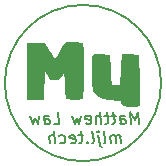
<source format=gbr>
%TF.GenerationSoftware,KiCad,Pcbnew,(5.1.6)-1*%
%TF.CreationDate,2022-07-24T18:58:52+10:00*%
%TF.ProjectId,v0.2a,76302e32-612e-46b6-9963-61645f706362,rev?*%
%TF.SameCoordinates,Original*%
%TF.FileFunction,Legend,Bot*%
%TF.FilePolarity,Positive*%
%FSLAX46Y46*%
G04 Gerber Fmt 4.6, Leading zero omitted, Abs format (unit mm)*
G04 Created by KiCad (PCBNEW (5.1.6)-1) date 2022-07-24 18:58:52*
%MOMM*%
%LPD*%
G01*
G04 APERTURE LIST*
%ADD10C,0.150000*%
%ADD11C,0.010000*%
G04 APERTURE END LIST*
D10*
X114859794Y-98687380D02*
X114734794Y-97687380D01*
X114490747Y-98401666D01*
X114068127Y-97687380D01*
X114193127Y-98687380D01*
X113288366Y-98687380D02*
X113222889Y-98163571D01*
X113258604Y-98068333D01*
X113347889Y-98020714D01*
X113538366Y-98020714D01*
X113639556Y-98068333D01*
X113282413Y-98639761D02*
X113383604Y-98687380D01*
X113621699Y-98687380D01*
X113710985Y-98639761D01*
X113746699Y-98544523D01*
X113734794Y-98449285D01*
X113675270Y-98354047D01*
X113574080Y-98306428D01*
X113335985Y-98306428D01*
X113234794Y-98258809D01*
X112871699Y-98020714D02*
X112490747Y-98020714D01*
X112687175Y-97687380D02*
X112794318Y-98544523D01*
X112758604Y-98639761D01*
X112669318Y-98687380D01*
X112574080Y-98687380D01*
X112300270Y-98020714D02*
X111919318Y-98020714D01*
X112115747Y-97687380D02*
X112222889Y-98544523D01*
X112187175Y-98639761D01*
X112097889Y-98687380D01*
X112002651Y-98687380D01*
X111669318Y-98687380D02*
X111544318Y-97687380D01*
X111240747Y-98687380D02*
X111175270Y-98163571D01*
X111210985Y-98068333D01*
X111300270Y-98020714D01*
X111443127Y-98020714D01*
X111544318Y-98068333D01*
X111597889Y-98115952D01*
X110377651Y-98639761D02*
X110478842Y-98687380D01*
X110669318Y-98687380D01*
X110758604Y-98639761D01*
X110794318Y-98544523D01*
X110746699Y-98163571D01*
X110687175Y-98068333D01*
X110585985Y-98020714D01*
X110395508Y-98020714D01*
X110306223Y-98068333D01*
X110270508Y-98163571D01*
X110282413Y-98258809D01*
X110770508Y-98354047D01*
X109919318Y-98020714D02*
X109812175Y-98687380D01*
X109562175Y-98211190D01*
X109431223Y-98687380D01*
X109157413Y-98020714D01*
X107621699Y-98687380D02*
X108097889Y-98687380D01*
X107972889Y-97687380D01*
X106859794Y-98687380D02*
X106794318Y-98163571D01*
X106830032Y-98068333D01*
X106919318Y-98020714D01*
X107109794Y-98020714D01*
X107210985Y-98068333D01*
X106853842Y-98639761D02*
X106955032Y-98687380D01*
X107193127Y-98687380D01*
X107282413Y-98639761D01*
X107318127Y-98544523D01*
X107306223Y-98449285D01*
X107246699Y-98354047D01*
X107145508Y-98306428D01*
X106907413Y-98306428D01*
X106806223Y-98258809D01*
X106395508Y-98020714D02*
X106288366Y-98687380D01*
X106038366Y-98211190D01*
X105907413Y-98687380D01*
X105633604Y-98020714D01*
X113359794Y-100337380D02*
X113276461Y-99670714D01*
X113288366Y-99765952D02*
X113234794Y-99718333D01*
X113133604Y-99670714D01*
X112990747Y-99670714D01*
X112901461Y-99718333D01*
X112865747Y-99813571D01*
X112931223Y-100337380D01*
X112865747Y-99813571D02*
X112806223Y-99718333D01*
X112705032Y-99670714D01*
X112562175Y-99670714D01*
X112472889Y-99718333D01*
X112437175Y-99813571D01*
X112502651Y-100337380D01*
X111883604Y-100337380D02*
X111972889Y-100289761D01*
X112008604Y-100194523D01*
X111901461Y-99337380D01*
X111419318Y-99670714D02*
X111526461Y-100527857D01*
X111585985Y-100623095D01*
X111687175Y-100670714D01*
X111734794Y-100670714D01*
X111377651Y-99337380D02*
X111431223Y-99385000D01*
X111389556Y-99432619D01*
X111335985Y-99385000D01*
X111377651Y-99337380D01*
X111389556Y-99432619D01*
X110883604Y-100337380D02*
X110972889Y-100289761D01*
X111008604Y-100194523D01*
X110901461Y-99337380D01*
X110490747Y-100242142D02*
X110449080Y-100289761D01*
X110502651Y-100337380D01*
X110544318Y-100289761D01*
X110490747Y-100242142D01*
X110502651Y-100337380D01*
X110085985Y-99670714D02*
X109705032Y-99670714D01*
X109901461Y-99337380D02*
X110008604Y-100194523D01*
X109972889Y-100289761D01*
X109883604Y-100337380D01*
X109788366Y-100337380D01*
X109068127Y-100289761D02*
X109169318Y-100337380D01*
X109359794Y-100337380D01*
X109449080Y-100289761D01*
X109484794Y-100194523D01*
X109437175Y-99813571D01*
X109377651Y-99718333D01*
X109276461Y-99670714D01*
X109085985Y-99670714D01*
X108996699Y-99718333D01*
X108960985Y-99813571D01*
X108972889Y-99908809D01*
X109460985Y-100004047D01*
X108163366Y-100289761D02*
X108264556Y-100337380D01*
X108455032Y-100337380D01*
X108544318Y-100289761D01*
X108585985Y-100242142D01*
X108621699Y-100146904D01*
X108585985Y-99861190D01*
X108526461Y-99765952D01*
X108472889Y-99718333D01*
X108371699Y-99670714D01*
X108181223Y-99670714D01*
X108091937Y-99718333D01*
X107740747Y-100337380D02*
X107615747Y-99337380D01*
X107312175Y-100337380D02*
X107246699Y-99813571D01*
X107282413Y-99718333D01*
X107371699Y-99670714D01*
X107514556Y-99670714D01*
X107615747Y-99718333D01*
X107669318Y-99765952D01*
X116723981Y-95250000D02*
G75*
G03*
X116723981Y-95250000I-6614981J0D01*
G01*
D11*
%TO.C,G\u002A\u002A\u002A*%
G36*
X108907560Y-91781448D02*
G01*
X108700325Y-91799008D01*
X108577095Y-91845167D01*
X108495208Y-91933749D01*
X108432896Y-92040630D01*
X108171935Y-92501376D01*
X107957908Y-92852013D01*
X107799680Y-93078856D01*
X107706115Y-93168224D01*
X107701865Y-93169010D01*
X107628076Y-93103226D01*
X107495857Y-92921308D01*
X107327837Y-92655797D01*
X107235453Y-92498333D01*
X106847843Y-91821000D01*
X105410000Y-91821000D01*
X105410000Y-96562333D01*
X106764667Y-96562333D01*
X106849333Y-94022333D01*
X107322401Y-94920309D01*
X107719717Y-94894654D01*
X107962205Y-94867675D01*
X108114017Y-94798696D01*
X108237979Y-94645844D01*
X108329850Y-94488000D01*
X108542667Y-94107000D01*
X108566399Y-95244416D01*
X108582675Y-95706888D01*
X108609107Y-96088447D01*
X108642978Y-96359874D01*
X108681568Y-96491950D01*
X108682600Y-96493250D01*
X108818515Y-96555344D01*
X109065063Y-96592876D01*
X109365272Y-96605426D01*
X109662170Y-96592569D01*
X109898786Y-96553885D01*
X110007400Y-96503067D01*
X110040097Y-96387459D01*
X110066949Y-96130393D01*
X110087954Y-95759643D01*
X110103114Y-95302983D01*
X110112428Y-94788186D01*
X110115895Y-94243027D01*
X110113517Y-93695280D01*
X110105293Y-93172719D01*
X110091223Y-92703118D01*
X110071307Y-92314251D01*
X110045545Y-92033891D01*
X110013937Y-91889814D01*
X110007400Y-91880266D01*
X109864966Y-91825150D01*
X109586688Y-91789869D01*
X109241462Y-91778666D01*
X108907560Y-91781448D01*
G37*
X108907560Y-91781448D02*
X108700325Y-91799008D01*
X108577095Y-91845167D01*
X108495208Y-91933749D01*
X108432896Y-92040630D01*
X108171935Y-92501376D01*
X107957908Y-92852013D01*
X107799680Y-93078856D01*
X107706115Y-93168224D01*
X107701865Y-93169010D01*
X107628076Y-93103226D01*
X107495857Y-92921308D01*
X107327837Y-92655797D01*
X107235453Y-92498333D01*
X106847843Y-91821000D01*
X105410000Y-91821000D01*
X105410000Y-96562333D01*
X106764667Y-96562333D01*
X106849333Y-94022333D01*
X107322401Y-94920309D01*
X107719717Y-94894654D01*
X107962205Y-94867675D01*
X108114017Y-94798696D01*
X108237979Y-94645844D01*
X108329850Y-94488000D01*
X108542667Y-94107000D01*
X108566399Y-95244416D01*
X108582675Y-95706888D01*
X108609107Y-96088447D01*
X108642978Y-96359874D01*
X108681568Y-96491950D01*
X108682600Y-96493250D01*
X108818515Y-96555344D01*
X109065063Y-96592876D01*
X109365272Y-96605426D01*
X109662170Y-96592569D01*
X109898786Y-96553885D01*
X110007400Y-96503067D01*
X110040097Y-96387459D01*
X110066949Y-96130393D01*
X110087954Y-95759643D01*
X110103114Y-95302983D01*
X110112428Y-94788186D01*
X110115895Y-94243027D01*
X110113517Y-93695280D01*
X110105293Y-93172719D01*
X110091223Y-92703118D01*
X110071307Y-92314251D01*
X110045545Y-92033891D01*
X110013937Y-91889814D01*
X110007400Y-91880266D01*
X109864966Y-91825150D01*
X109586688Y-91789869D01*
X109241462Y-91778666D01*
X108907560Y-91781448D01*
G36*
X111104639Y-92809180D02*
G01*
X110990549Y-92841321D01*
X110935395Y-92908395D01*
X110906738Y-93002468D01*
X110889839Y-93160171D01*
X110879162Y-93451623D01*
X110875260Y-93841334D01*
X110878684Y-94293814D01*
X110883109Y-94523651D01*
X110897083Y-95032767D01*
X110914396Y-95402310D01*
X110938994Y-95662037D01*
X110974826Y-95841708D01*
X111025838Y-95971081D01*
X111088131Y-96069299D01*
X111377296Y-96353468D01*
X111765635Y-96537905D01*
X112272603Y-96629972D01*
X112606667Y-96643891D01*
X112943302Y-96647643D01*
X113149502Y-96663838D01*
X113264163Y-96705602D01*
X113326180Y-96786059D01*
X113368667Y-96901000D01*
X113418448Y-97028802D01*
X113488894Y-97106088D01*
X113619689Y-97147763D01*
X113850517Y-97168733D01*
X114110782Y-97179751D01*
X114475680Y-97184346D01*
X114697415Y-97162632D01*
X114800548Y-97111581D01*
X114810832Y-97093485D01*
X114821764Y-96980871D01*
X114829812Y-96723514D01*
X114834752Y-96345983D01*
X114836360Y-95872849D01*
X114834412Y-95328679D01*
X114830716Y-94909734D01*
X114808000Y-92837000D01*
X114109500Y-92812409D01*
X113787607Y-92803886D01*
X113540678Y-92802673D01*
X113409115Y-92808770D01*
X113397890Y-92812409D01*
X113390143Y-92901050D01*
X113377514Y-93128908D01*
X113361475Y-93465989D01*
X113343497Y-93882295D01*
X113334390Y-94107000D01*
X113284000Y-95377000D01*
X112884583Y-95402693D01*
X112711532Y-95411129D01*
X112585265Y-95395645D01*
X112497834Y-95333473D01*
X112441296Y-95201845D01*
X112407705Y-94977993D01*
X112389116Y-94639149D01*
X112377584Y-94162545D01*
X112373344Y-93937667D01*
X112352667Y-92837000D01*
X111656629Y-92812449D01*
X111314415Y-92802660D01*
X111104639Y-92809180D01*
G37*
X111104639Y-92809180D02*
X110990549Y-92841321D01*
X110935395Y-92908395D01*
X110906738Y-93002468D01*
X110889839Y-93160171D01*
X110879162Y-93451623D01*
X110875260Y-93841334D01*
X110878684Y-94293814D01*
X110883109Y-94523651D01*
X110897083Y-95032767D01*
X110914396Y-95402310D01*
X110938994Y-95662037D01*
X110974826Y-95841708D01*
X111025838Y-95971081D01*
X111088131Y-96069299D01*
X111377296Y-96353468D01*
X111765635Y-96537905D01*
X112272603Y-96629972D01*
X112606667Y-96643891D01*
X112943302Y-96647643D01*
X113149502Y-96663838D01*
X113264163Y-96705602D01*
X113326180Y-96786059D01*
X113368667Y-96901000D01*
X113418448Y-97028802D01*
X113488894Y-97106088D01*
X113619689Y-97147763D01*
X113850517Y-97168733D01*
X114110782Y-97179751D01*
X114475680Y-97184346D01*
X114697415Y-97162632D01*
X114800548Y-97111581D01*
X114810832Y-97093485D01*
X114821764Y-96980871D01*
X114829812Y-96723514D01*
X114834752Y-96345983D01*
X114836360Y-95872849D01*
X114834412Y-95328679D01*
X114830716Y-94909734D01*
X114808000Y-92837000D01*
X114109500Y-92812409D01*
X113787607Y-92803886D01*
X113540678Y-92802673D01*
X113409115Y-92808770D01*
X113397890Y-92812409D01*
X113390143Y-92901050D01*
X113377514Y-93128908D01*
X113361475Y-93465989D01*
X113343497Y-93882295D01*
X113334390Y-94107000D01*
X113284000Y-95377000D01*
X112884583Y-95402693D01*
X112711532Y-95411129D01*
X112585265Y-95395645D01*
X112497834Y-95333473D01*
X112441296Y-95201845D01*
X112407705Y-94977993D01*
X112389116Y-94639149D01*
X112377584Y-94162545D01*
X112373344Y-93937667D01*
X112352667Y-92837000D01*
X111656629Y-92812449D01*
X111314415Y-92802660D01*
X111104639Y-92809180D01*
%TD*%
M02*

</source>
